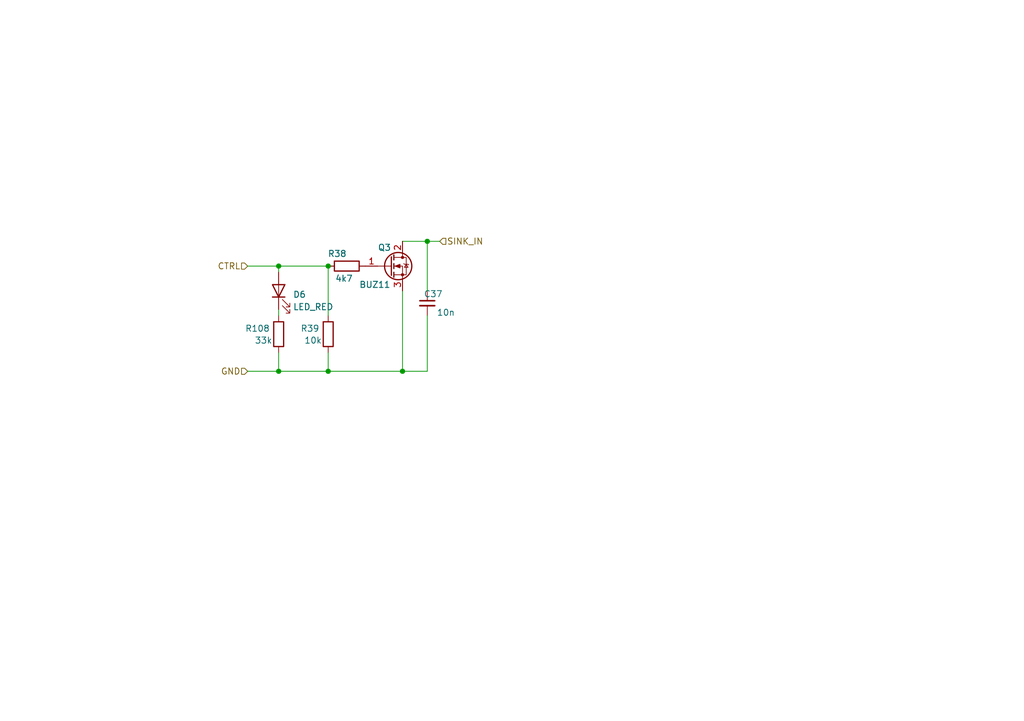
<source format=kicad_sch>
(kicad_sch (version 20230121) (generator eeschema)
  (paper "A5")
  (lib_symbols
    (symbol "Device:C_Small" (pin_numbers hide) (pin_names (offset 0.254) hide)
      (property "Reference" "C" (at 0.254 1.778 0))
      (property "Value" "C_Small" (at 0.254 -2.032 0))
      (symbol "C_Small_0_1"
        (polyline (pts (xy -1.524 -0.508) (xy 1.524 -0.508)) (stroke (width 0.3302)))
        (polyline (pts (xy -1.524 0.508) (xy 1.524 0.508)) (stroke (width 0.3048)))
      )
      (symbol "C_Small_1_1"
        (pin passive line (at 0 2.54 270) (length 2.032) (name "~") (number "1"))
        (pin passive line (at 0 -2.54 90) (length 2.032) (name "~") (number "2"))
      )
    )
    (symbol "Device:LED" (pin_numbers hide) (pin_names (offset 1.016) hide)
      (property "Reference" "D" (at 0 2.54 0))
      (property "Value" "LED" (at 0 -2.54 0))
      (symbol "LED_0_1"
        (polyline (pts (xy -1.27 -1.27) (xy -1.27 1.27)) (stroke (width 0.254)))
        (polyline (pts (xy -1.27 0) (xy 1.27 0)))
        (polyline (pts (xy 1.27 -1.27) (xy 1.27 1.27) (xy -1.27 0) (xy 1.27 -1.27)) (stroke (width 0.254)))
        (polyline (pts (xy -3.048 -0.762) (xy -4.572 -2.286) (xy -3.81 -2.286) (xy -4.572 -2.286) (xy -4.572 -1.524)))
        (polyline (pts (xy -1.778 -0.762) (xy -3.302 -2.286) (xy -2.54 -2.286) (xy -3.302 -2.286) (xy -3.302 -1.524)))
      )
      (symbol "LED_1_1"
        (pin passive line (at -3.81 0 0) (length 2.54) (name "K") (number "1"))
        (pin passive line (at 3.81 0 180) (length 2.54) (name "A") (number "2"))
      )
    )
    (symbol "Device:R" (pin_numbers hide) (pin_names (offset 0))
      (property "Reference" "R" (at 2.032 0 90))
      (property "Value" "R" (at 0 0 90))
      (symbol "R_0_1"
        (rectangle (start -1.016 -2.54) (end 1.016 2.54) (stroke (width 0.254)))
      )
      (symbol "R_1_1"
        (pin passive line (at 0 3.81 270) (length 1.27) (name "~") (number "1"))
        (pin passive line (at 0 -3.81 90) (length 1.27) (name "~") (number "2"))
      )
    )
    (symbol "Transistor_FET:BUZ11" (pin_names hide)
      (property "Reference" "Q" (at 6.35 1.905 0))
      (property "Value" "BUZ11" (at 6.35 0 0))
      (symbol "BUZ11_0_1"
        (polyline (pts (xy 0.254 0) (xy -2.54 0)))
        (polyline (pts (xy 0.254 1.905) (xy 0.254 -1.905)) (stroke (width 0.254)))
        (polyline (pts (xy 0.762 -1.27) (xy 0.762 -2.286)) (stroke (width 0.254)))
        (polyline (pts (xy 0.762 0.508) (xy 0.762 -0.508)) (stroke (width 0.254)))
        (polyline (pts (xy 0.762 2.286) (xy 0.762 1.27)) (stroke (width 0.254)))
        (polyline (pts (xy 2.54 2.54) (xy 2.54 1.778)))
        (polyline (pts (xy 2.54 -2.54) (xy 2.54 0) (xy 0.762 0)))
        (polyline (pts (xy 0.762 -1.778) (xy 3.302 -1.778) (xy 3.302 1.778) (xy 0.762 1.778)))
        (polyline (pts (xy 1.016 0) (xy 2.032 0.381) (xy 2.032 -0.381) (xy 1.016 0)) (fill (type outline)))
        (polyline (pts (xy 2.794 0.508) (xy 2.921 0.381) (xy 3.683 0.381) (xy 3.81 0.254)))
        (polyline (pts (xy 3.302 0.381) (xy 2.921 -0.254) (xy 3.683 -0.254) (xy 3.302 0.381)))
        (circle (center 1.651 0) (radius 2.794) (stroke (width 0.254)))
        (circle (center 2.54 -1.778) (radius 0.254) (fill (type outline)))
        (circle (center 2.54 1.778) (radius 0.254) (fill (type outline)))
      )
      (symbol "BUZ11_1_1"
        (pin input line (at -5.08 0 0) (length 2.54) (name "G") (number "1"))
        (pin passive line (at 2.54 5.08 270) (length 2.54) (name "D") (number "2"))
        (pin passive line (at 2.54 -5.08 90) (length 2.54) (name "S") (number "3"))
      )
    )
  )
  (junction (at 87.63 49.53))
  (junction (at 67.31 76.2))
  (junction (at 57.15 54.61))
  (junction (at 82.55 76.2))
  (junction (at 57.15 76.2))
  (junction (at 67.31 54.61))
  (wire (pts (xy 82.55 49.53) (xy 87.63 49.53)))
  (wire (pts (xy 87.63 64.77) (xy 87.63 76.2)))
  (wire (pts (xy 57.15 54.61) (xy 67.31 54.61)))
  (wire (pts (xy 57.15 54.61) (xy 57.15 55.88)))
  (wire (pts (xy 50.8 76.2) (xy 57.15 76.2)))
  (wire (pts (xy 67.31 76.2) (xy 82.55 76.2)))
  (wire (pts (xy 67.31 64.77) (xy 67.31 54.61)))
  (wire (pts (xy 57.15 63.5) (xy 57.15 64.77)))
  (wire (pts (xy 87.63 49.53) (xy 87.63 59.69)))
  (wire (pts (xy 67.31 72.39) (xy 67.31 76.2)))
  (wire (pts (xy 50.8 54.61) (xy 57.15 54.61)))
  (wire (pts (xy 82.55 76.2) (xy 87.63 76.2)))
  (wire (pts (xy 57.15 72.39) (xy 57.15 76.2)))
  (wire (pts (xy 82.55 59.69) (xy 82.55 76.2)))
  (wire (pts (xy 57.15 76.2) (xy 67.31 76.2)))
  (wire (pts (xy 87.63 49.53) (xy 90.17 49.53)))
  (hierarchical_label "GND" (shape input) (at 50.8 76.2 180))
  (hierarchical_label "CTRL" (shape input) (at 50.8 54.61 180))
  (hierarchical_label "SINK_IN" (shape input) (at 90.17 49.53 0))
  (symbol (lib_id "Device:C_Small") (at 87.63 62.23 0) (mirror y) (unit 1)
    (property "Reference" "C37" (at 90.805 60.325 0) (effects (justify left)))
    (property "Value" "10n" (at 93.345 64.135 0) (effects (justify left)))
    (property "Footprint" "Capacitor_SMD:C_0402_1005Metric" (effects hide))
    (instances (project "antController" (path "" (reference "C37") (unit 1)) (path "" (reference "C38") (unit 1)) (path "" (reference "C39") (unit 1)) (path "" (reference "C40") (unit 1)) (path "" (reference "C41") (unit 1)) (path "" (reference "C42") (unit 1)) (path "" (reference "C43") (unit 1)) (path "" (reference "C44") (unit 1)) (path "" (reference "C45") (unit 1)) (path "" (reference "C46") (unit 1)) (path "" (reference "C47") (unit 1)) (path "" (reference "C48") (unit 1)) (path "" (reference "C49") (unit 1)) (path "" (reference "C50") (unit 1)) (path "" (reference "C51") (unit 1)) (path "" (reference "C52") (unit 1))))
  )
  (symbol (lib_id "Device:R") (at 71.12 54.61 270) (mirror x) (unit 1)
    (property "Reference" "R38" (at 71.12 52.07 90) (effects (justify right)))
    (property "Value" "4k7" (at 72.39 57.15 90) (effects (justify right)))
    (property "Footprint" "Resistor_SMD:R_0402_1005Metric" (effects hide))
    (instances (project "antController" (path "" (reference "R38") (unit 1)) (path "" (reference "R40") (unit 1)) (path "" (reference "R42") (unit 1)) (path "" (reference "R44") (unit 1)) (path "" (reference "R46") (unit 1)) (path "" (reference "R48") (unit 1)) (path "" (reference "R50") (unit 1)) (path "" (reference "R52") (unit 1)) (path "" (reference "R54") (unit 1)) (path "" (reference "R56") (unit 1)) (path "" (reference "R58") (unit 1)) (path "" (reference "R60") (unit 1)) (path "" (reference "R62") (unit 1)) (path "" (reference "R64") (unit 1)) (path "" (reference "R66") (unit 1)) (path "" (reference "R68") (unit 1))))
  )
  (symbol (lib_id "Device:R") (at 57.15 68.58 0) (mirror x) (unit 1)
    (property "Reference" "R108" (at 55.372 67.4116 0) (effects (justify right)))
    (property "Value" "33k" (at 55.88 69.85 0) (effects (justify right)))
    (property "Footprint" "Resistor_SMD:R_0402_1005Metric" (effects hide))
    (instances (project "antController" (path "" (reference "R108") (unit 1)) (path "" (reference "R109") (unit 1)) (path "" (reference "R110") (unit 1)) (path "" (reference "R111") (unit 1)) (path "" (reference "R112") (unit 1)) (path "" (reference "R113") (unit 1)) (path "" (reference "R114") (unit 1)) (path "" (reference "R115") (unit 1)) (path "" (reference "R116") (unit 1)) (path "" (reference "R117") (unit 1)) (path "" (reference "R118") (unit 1)) (path "" (reference "R119") (unit 1)) (path "" (reference "R120") (unit 1)) (path "" (reference "R121") (unit 1)) (path "" (reference "R122") (unit 1)) (path "" (reference "R123") (unit 1))))
  )
  (symbol (lib_id "Device:LED") (at 57.15 59.69 90) (unit 1)
    (property "Reference" "D6" (at 60.071 60.4428 90) (effects (justify right)))
    (property "Value" "LED_RED" (at 60.071 62.9797 90) (effects (justify right)))
    (property "Footprint" "LED_SMD:LED_0603_1608Metric" (effects hide))
    (instances (project "antController" (path "" (reference "D6") (unit 1)) (path "" (reference "D7") (unit 1)) (path "" (reference "D8") (unit 1)) (path "" (reference "D9") (unit 1)) (path "" (reference "D10") (unit 1)) (path "" (reference "D11") (unit 1)) (path "" (reference "D12") (unit 1)) (path "" (reference "D13") (unit 1)) (path "" (reference "D14") (unit 1)) (path "" (reference "D15") (unit 1)) (path "" (reference "D16") (unit 1)) (path "" (reference "D17") (unit 1)) (path "" (reference "D18") (unit 1)) (path "" (reference "D19") (unit 1)) (path "" (reference "D20") (unit 1)) (path "" (reference "D21") (unit 1))))
  )
  (symbol (lib_id "Transistor_FET:BUZ11") (at 80.01 54.61 0) (unit 1)
    (property "Reference" "Q3" (at 77.47 50.8 0) (effects (justify left)))
    (property "Value" "BUZ11" (at 73.66 58.42 0) (effects (justify left)))
    (property "Footprint" "Package_TO_SOT_THT:TO-220-3_Vertical" (effects hide))
    (property "Datasheet" "https://media.digikey.com/pdf/Data%20Sheets/Fairchild%20PDFs/BUZ11.pdf" (effects hide))
    (instances (project "antController" (path "" (reference "Q3") (unit 1)) (path "" (reference "Q4") (unit 1)) (path "" (reference "Q5") (unit 1)) (path "" (reference "Q6") (unit 1)) (path "" (reference "Q7") (unit 1)) (path "" (reference "Q8") (unit 1)) (path "" (reference "Q9") (unit 1)) (path "" (reference "Q10") (unit 1)) (path "" (reference "Q11") (unit 1)) (path "" (reference "Q12") (unit 1)) (path "" (reference "Q13") (unit 1)) (path "" (reference "Q14") (unit 1)) (path "" (reference "Q15") (unit 1)) (path "" (reference "Q16") (unit 1)) (path "" (reference "Q17") (unit 1)) (path "" (reference "Q18") (unit 1))))
  )
  (symbol (lib_id "Device:R") (at 67.31 68.58 0) (mirror x) (unit 1)
    (property "Reference" "R39" (at 65.532 67.4116 0) (effects (justify right)))
    (property "Value" "10k" (at 66.04 69.85 0) (effects (justify right)))
    (property "Footprint" "Resistor_SMD:R_0402_1005Metric" (effects hide))
    (instances (project "antController" (path "" (reference "R39") (unit 1)) (path "" (reference "R41") (unit 1)) (path "" (reference "R43") (unit 1)) (path "" (reference "R45") (unit 1)) (path "" (reference "R47") (unit 1)) (path "" (reference "R49") (unit 1)) (path "" (reference "R51") (unit 1)) (path "" (reference "R53") (unit 1)) (path "" (reference "R55") (unit 1)) (path "" (reference "R57") (unit 1)) (path "" (reference "R59") (unit 1)) (path "" (reference "R61") (unit 1)) (path "" (reference "R63") (unit 1)) (path "" (reference "R65") (unit 1)) (path "" (reference "R67") (unit 1)) (path "" (reference "R69") (unit 1))))
  )
)
</source>
